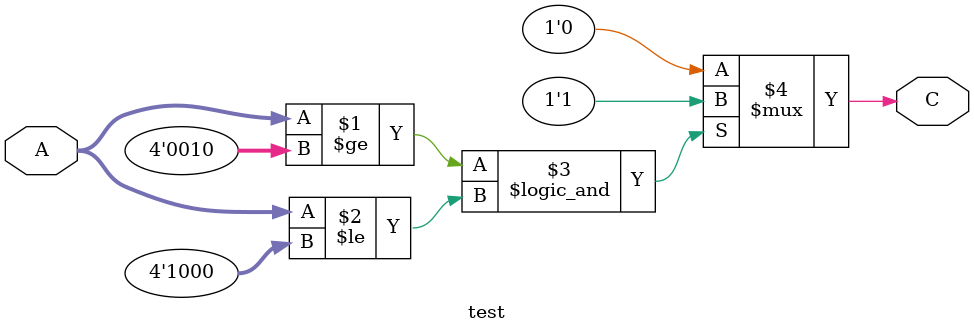
<source format=v>
module test(
    input [3:0] A,
    output C
);

assign C = (A >= 4'b0010 && A <= 4'b1000) ? 1'b1 : 1'b0;

endmodule

</source>
